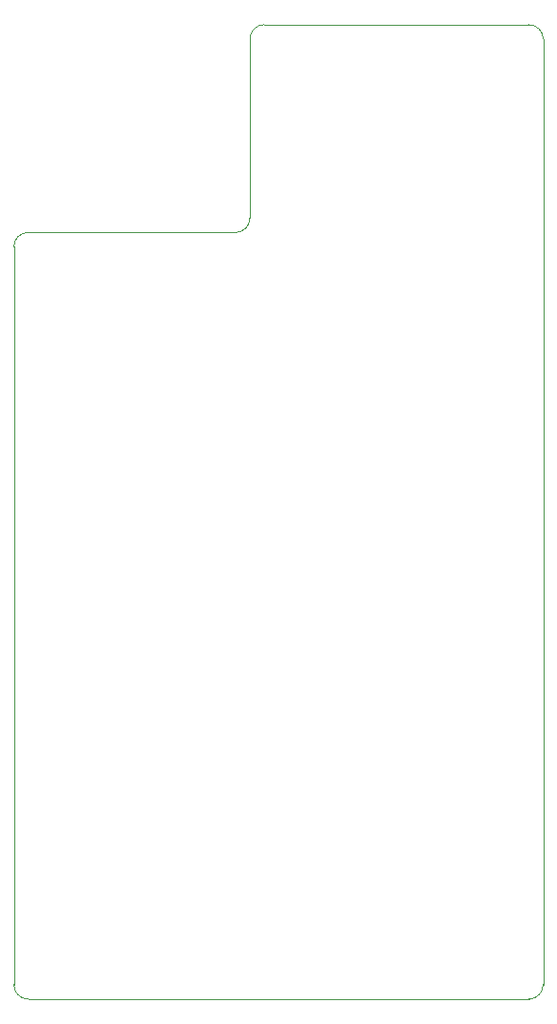
<source format=gm1>
G04 #@! TF.GenerationSoftware,KiCad,Pcbnew,(5.1.6-0-10_14)*
G04 #@! TF.CreationDate,2021-01-24T22:58:42+01:00*
G04 #@! TF.ProjectId,27c322,32376333-3232-42e6-9b69-6361645f7063,rev?*
G04 #@! TF.SameCoordinates,Original*
G04 #@! TF.FileFunction,Profile,NP*
%FSLAX46Y46*%
G04 Gerber Fmt 4.6, Leading zero omitted, Abs format (unit mm)*
G04 Created by KiCad (PCBNEW (5.1.6-0-10_14)) date 2021-01-24 22:58:42*
%MOMM*%
%LPD*%
G01*
G04 APERTURE LIST*
G04 #@! TA.AperFunction,Profile*
%ADD10C,0.100000*%
G04 #@! TD*
G04 APERTURE END LIST*
D10*
X136525000Y-43180000D02*
X160020000Y-43180000D01*
X115570000Y-61595000D02*
X133985000Y-61595000D01*
X161290000Y-44450000D02*
X161290000Y-128270000D01*
X135255000Y-60325000D02*
X135255000Y-44450000D01*
X136525000Y-43180000D02*
G75*
G03*
X135255000Y-44450000I0J-1270000D01*
G01*
X161290000Y-44450000D02*
G75*
G03*
X160020000Y-43180000I-1270000J0D01*
G01*
X114300000Y-128270000D02*
X114300000Y-62865000D01*
X115570000Y-129540000D02*
X160020000Y-129540000D01*
X115570000Y-61595000D02*
G75*
G03*
X114300000Y-62865000I0J-1270000D01*
G01*
X133985000Y-61595000D02*
G75*
G03*
X135255000Y-60325000I0J1270000D01*
G01*
X160020000Y-129540000D02*
G75*
G03*
X161290000Y-128270000I0J1270000D01*
G01*
X114300000Y-128270000D02*
G75*
G03*
X115570000Y-129540000I1270000J0D01*
G01*
M02*

</source>
